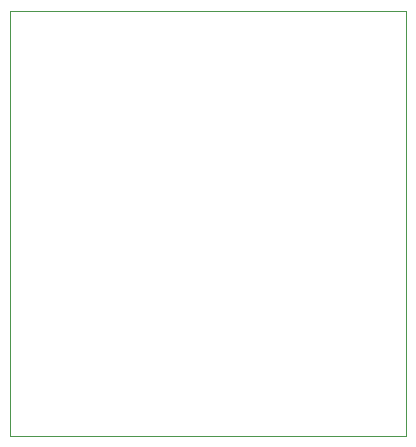
<source format=gbr>
%TF.GenerationSoftware,KiCad,Pcbnew,9.0.4*%
%TF.CreationDate,2025-10-08T20:13:18+03:00*%
%TF.ProjectId,dactyl_plugs,64616374-796c-45f7-906c-7567732e6b69,rev?*%
%TF.SameCoordinates,Original*%
%TF.FileFunction,Profile,NP*%
%FSLAX46Y46*%
G04 Gerber Fmt 4.6, Leading zero omitted, Abs format (unit mm)*
G04 Created by KiCad (PCBNEW 9.0.4) date 2025-10-08 20:13:18*
%MOMM*%
%LPD*%
G01*
G04 APERTURE LIST*
%TA.AperFunction,Profile*%
%ADD10C,0.050000*%
%TD*%
G04 APERTURE END LIST*
D10*
X127500000Y-82000000D02*
X94000000Y-82000000D01*
X127500000Y-46000000D02*
X127500000Y-82000000D01*
X127500000Y-46000000D02*
X94000000Y-46000000D01*
X94000000Y-82000000D02*
X94000000Y-46000000D01*
M02*

</source>
